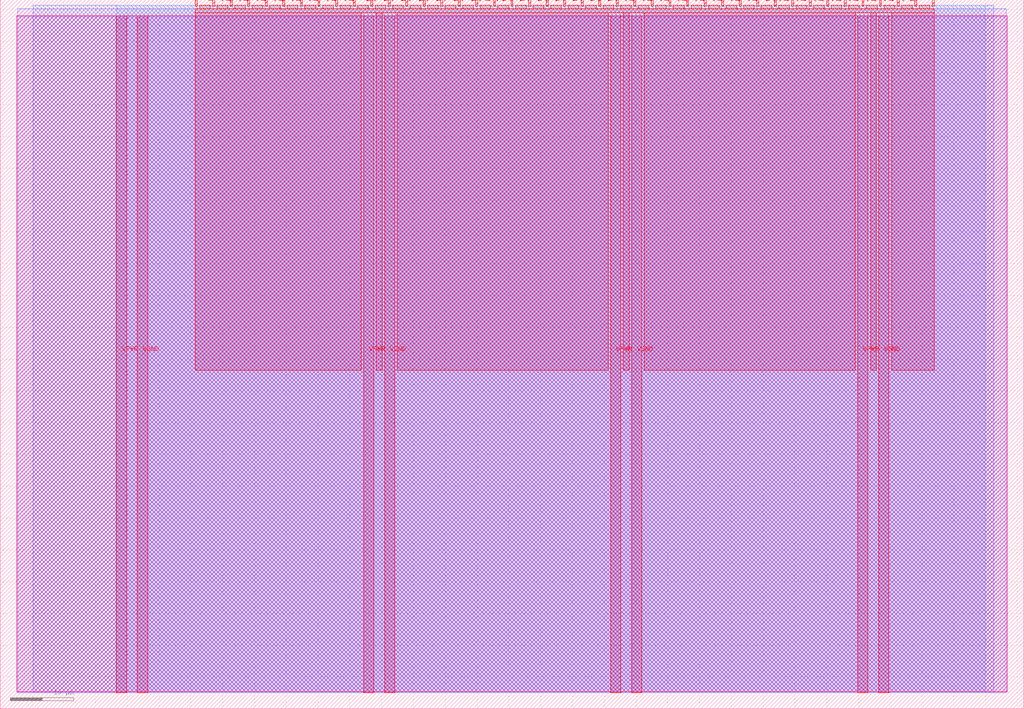
<source format=lef>
VERSION 5.7 ;
  NOWIREEXTENSIONATPIN ON ;
  DIVIDERCHAR "/" ;
  BUSBITCHARS "[]" ;
MACRO tt_um_pommarkus_i2c_slave
  CLASS BLOCK ;
  FOREIGN tt_um_pommarkus_i2c_slave ;
  ORIGIN 0.000 0.000 ;
  SIZE 161.000 BY 111.520 ;
  PIN VGND
    DIRECTION INOUT ;
    USE GROUND ;
    PORT
      LAYER met4 ;
        RECT 21.580 2.480 23.180 109.040 ;
    END
    PORT
      LAYER met4 ;
        RECT 60.450 2.480 62.050 109.040 ;
    END
    PORT
      LAYER met4 ;
        RECT 99.320 2.480 100.920 109.040 ;
    END
    PORT
      LAYER met4 ;
        RECT 138.190 2.480 139.790 109.040 ;
    END
  END VGND
  PIN VPWR
    DIRECTION INOUT ;
    USE POWER ;
    PORT
      LAYER met4 ;
        RECT 18.280 2.480 19.880 109.040 ;
    END
    PORT
      LAYER met4 ;
        RECT 57.150 2.480 58.750 109.040 ;
    END
    PORT
      LAYER met4 ;
        RECT 96.020 2.480 97.620 109.040 ;
    END
    PORT
      LAYER met4 ;
        RECT 134.890 2.480 136.490 109.040 ;
    END
  END VPWR
  PIN clk
    DIRECTION INPUT ;
    USE SIGNAL ;
    ANTENNAGATEAREA 0.852000 ;
    PORT
      LAYER met4 ;
        RECT 143.830 110.520 144.130 111.520 ;
    END
  END clk
  PIN ena
    DIRECTION INPUT ;
    USE SIGNAL ;
    ANTENNAGATEAREA 0.196500 ;
    PORT
      LAYER met4 ;
        RECT 146.590 110.520 146.890 111.520 ;
    END
  END ena
  PIN rst_n
    DIRECTION INPUT ;
    USE SIGNAL ;
    ANTENNAGATEAREA 0.213000 ;
    PORT
      LAYER met4 ;
        RECT 141.070 110.520 141.370 111.520 ;
    END
  END rst_n
  PIN ui_in[0]
    DIRECTION INPUT ;
    USE SIGNAL ;
    ANTENNAGATEAREA 0.196500 ;
    PORT
      LAYER met4 ;
        RECT 138.310 110.520 138.610 111.520 ;
    END
  END ui_in[0]
  PIN ui_in[1]
    DIRECTION INPUT ;
    USE SIGNAL ;
    ANTENNAGATEAREA 0.196500 ;
    PORT
      LAYER met4 ;
        RECT 135.550 110.520 135.850 111.520 ;
    END
  END ui_in[1]
  PIN ui_in[2]
    DIRECTION INPUT ;
    USE SIGNAL ;
    ANTENNAGATEAREA 0.196500 ;
    PORT
      LAYER met4 ;
        RECT 132.790 110.520 133.090 111.520 ;
    END
  END ui_in[2]
  PIN ui_in[3]
    DIRECTION INPUT ;
    USE SIGNAL ;
    ANTENNAGATEAREA 0.196500 ;
    PORT
      LAYER met4 ;
        RECT 130.030 110.520 130.330 111.520 ;
    END
  END ui_in[3]
  PIN ui_in[4]
    DIRECTION INPUT ;
    USE SIGNAL ;
    ANTENNAGATEAREA 0.196500 ;
    PORT
      LAYER met4 ;
        RECT 127.270 110.520 127.570 111.520 ;
    END
  END ui_in[4]
  PIN ui_in[5]
    DIRECTION INPUT ;
    USE SIGNAL ;
    ANTENNAGATEAREA 0.196500 ;
    PORT
      LAYER met4 ;
        RECT 124.510 110.520 124.810 111.520 ;
    END
  END ui_in[5]
  PIN ui_in[6]
    DIRECTION INPUT ;
    USE SIGNAL ;
    ANTENNAGATEAREA 0.196500 ;
    PORT
      LAYER met4 ;
        RECT 121.750 110.520 122.050 111.520 ;
    END
  END ui_in[6]
  PIN ui_in[7]
    DIRECTION INPUT ;
    USE SIGNAL ;
    ANTENNAGATEAREA 0.196500 ;
    PORT
      LAYER met4 ;
        RECT 118.990 110.520 119.290 111.520 ;
    END
  END ui_in[7]
  PIN uio_in[0]
    DIRECTION INPUT ;
    USE SIGNAL ;
    ANTENNAGATEAREA 0.159000 ;
    PORT
      LAYER met4 ;
        RECT 116.230 110.520 116.530 111.520 ;
    END
  END uio_in[0]
  PIN uio_in[1]
    DIRECTION INPUT ;
    USE SIGNAL ;
    ANTENNAGATEAREA 0.126000 ;
    PORT
      LAYER met4 ;
        RECT 113.470 110.520 113.770 111.520 ;
    END
  END uio_in[1]
  PIN uio_in[2]
    DIRECTION INPUT ;
    USE SIGNAL ;
    PORT
      LAYER met4 ;
        RECT 110.710 110.520 111.010 111.520 ;
    END
  END uio_in[2]
  PIN uio_in[3]
    DIRECTION INPUT ;
    USE SIGNAL ;
    PORT
      LAYER met4 ;
        RECT 107.950 110.520 108.250 111.520 ;
    END
  END uio_in[3]
  PIN uio_in[4]
    DIRECTION INPUT ;
    USE SIGNAL ;
    PORT
      LAYER met4 ;
        RECT 105.190 110.520 105.490 111.520 ;
    END
  END uio_in[4]
  PIN uio_in[5]
    DIRECTION INPUT ;
    USE SIGNAL ;
    PORT
      LAYER met4 ;
        RECT 102.430 110.520 102.730 111.520 ;
    END
  END uio_in[5]
  PIN uio_in[6]
    DIRECTION INPUT ;
    USE SIGNAL ;
    PORT
      LAYER met4 ;
        RECT 99.670 110.520 99.970 111.520 ;
    END
  END uio_in[6]
  PIN uio_in[7]
    DIRECTION INPUT ;
    USE SIGNAL ;
    PORT
      LAYER met4 ;
        RECT 96.910 110.520 97.210 111.520 ;
    END
  END uio_in[7]
  PIN uio_oe[0]
    DIRECTION OUTPUT ;
    USE SIGNAL ;
    ANTENNADIFFAREA 0.891000 ;
    PORT
      LAYER met4 ;
        RECT 49.990 110.520 50.290 111.520 ;
    END
  END uio_oe[0]
  PIN uio_oe[1]
    DIRECTION OUTPUT ;
    USE SIGNAL ;
    PORT
      LAYER met4 ;
        RECT 47.230 110.520 47.530 111.520 ;
    END
  END uio_oe[1]
  PIN uio_oe[2]
    DIRECTION OUTPUT ;
    USE SIGNAL ;
    PORT
      LAYER met4 ;
        RECT 44.470 110.520 44.770 111.520 ;
    END
  END uio_oe[2]
  PIN uio_oe[3]
    DIRECTION OUTPUT ;
    USE SIGNAL ;
    PORT
      LAYER met4 ;
        RECT 41.710 110.520 42.010 111.520 ;
    END
  END uio_oe[3]
  PIN uio_oe[4]
    DIRECTION OUTPUT ;
    USE SIGNAL ;
    PORT
      LAYER met4 ;
        RECT 38.950 110.520 39.250 111.520 ;
    END
  END uio_oe[4]
  PIN uio_oe[5]
    DIRECTION OUTPUT ;
    USE SIGNAL ;
    PORT
      LAYER met4 ;
        RECT 36.190 110.520 36.490 111.520 ;
    END
  END uio_oe[5]
  PIN uio_oe[6]
    DIRECTION OUTPUT ;
    USE SIGNAL ;
    PORT
      LAYER met4 ;
        RECT 33.430 110.520 33.730 111.520 ;
    END
  END uio_oe[6]
  PIN uio_oe[7]
    DIRECTION OUTPUT ;
    USE SIGNAL ;
    PORT
      LAYER met4 ;
        RECT 30.670 110.520 30.970 111.520 ;
    END
  END uio_oe[7]
  PIN uio_out[0]
    DIRECTION OUTPUT ;
    USE SIGNAL ;
    PORT
      LAYER met4 ;
        RECT 72.070 110.520 72.370 111.520 ;
    END
  END uio_out[0]
  PIN uio_out[1]
    DIRECTION OUTPUT ;
    USE SIGNAL ;
    PORT
      LAYER met4 ;
        RECT 69.310 110.520 69.610 111.520 ;
    END
  END uio_out[1]
  PIN uio_out[2]
    DIRECTION OUTPUT ;
    USE SIGNAL ;
    PORT
      LAYER met4 ;
        RECT 66.550 110.520 66.850 111.520 ;
    END
  END uio_out[2]
  PIN uio_out[3]
    DIRECTION OUTPUT ;
    USE SIGNAL ;
    PORT
      LAYER met4 ;
        RECT 63.790 110.520 64.090 111.520 ;
    END
  END uio_out[3]
  PIN uio_out[4]
    DIRECTION OUTPUT ;
    USE SIGNAL ;
    PORT
      LAYER met4 ;
        RECT 61.030 110.520 61.330 111.520 ;
    END
  END uio_out[4]
  PIN uio_out[5]
    DIRECTION OUTPUT ;
    USE SIGNAL ;
    PORT
      LAYER met4 ;
        RECT 58.270 110.520 58.570 111.520 ;
    END
  END uio_out[5]
  PIN uio_out[6]
    DIRECTION OUTPUT ;
    USE SIGNAL ;
    PORT
      LAYER met4 ;
        RECT 55.510 110.520 55.810 111.520 ;
    END
  END uio_out[6]
  PIN uio_out[7]
    DIRECTION OUTPUT ;
    USE SIGNAL ;
    PORT
      LAYER met4 ;
        RECT 52.750 110.520 53.050 111.520 ;
    END
  END uio_out[7]
  PIN uo_out[0]
    DIRECTION OUTPUT ;
    USE SIGNAL ;
    ANTENNADIFFAREA 0.891000 ;
    PORT
      LAYER met4 ;
        RECT 94.150 110.520 94.450 111.520 ;
    END
  END uo_out[0]
  PIN uo_out[1]
    DIRECTION OUTPUT ;
    USE SIGNAL ;
    ANTENNADIFFAREA 0.891000 ;
    PORT
      LAYER met4 ;
        RECT 91.390 110.520 91.690 111.520 ;
    END
  END uo_out[1]
  PIN uo_out[2]
    DIRECTION OUTPUT ;
    USE SIGNAL ;
    ANTENNADIFFAREA 0.891000 ;
    PORT
      LAYER met4 ;
        RECT 88.630 110.520 88.930 111.520 ;
    END
  END uo_out[2]
  PIN uo_out[3]
    DIRECTION OUTPUT ;
    USE SIGNAL ;
    ANTENNADIFFAREA 0.891000 ;
    PORT
      LAYER met4 ;
        RECT 85.870 110.520 86.170 111.520 ;
    END
  END uo_out[3]
  PIN uo_out[4]
    DIRECTION OUTPUT ;
    USE SIGNAL ;
    ANTENNADIFFAREA 0.891000 ;
    PORT
      LAYER met4 ;
        RECT 83.110 110.520 83.410 111.520 ;
    END
  END uo_out[4]
  PIN uo_out[5]
    DIRECTION OUTPUT ;
    USE SIGNAL ;
    ANTENNADIFFAREA 0.891000 ;
    PORT
      LAYER met4 ;
        RECT 80.350 110.520 80.650 111.520 ;
    END
  END uo_out[5]
  PIN uo_out[6]
    DIRECTION OUTPUT ;
    USE SIGNAL ;
    ANTENNADIFFAREA 0.891000 ;
    PORT
      LAYER met4 ;
        RECT 77.590 110.520 77.890 111.520 ;
    END
  END uo_out[6]
  PIN uo_out[7]
    DIRECTION OUTPUT ;
    USE SIGNAL ;
    ANTENNADIFFAREA 0.891000 ;
    PORT
      LAYER met4 ;
        RECT 74.830 110.520 75.130 111.520 ;
    END
  END uo_out[7]
  OBS
      LAYER nwell ;
        RECT 2.570 2.635 158.430 108.990 ;
      LAYER li1 ;
        RECT 2.760 2.635 158.240 108.885 ;
      LAYER met1 ;
        RECT 2.760 2.480 158.240 110.120 ;
      LAYER met2 ;
        RECT 5.160 2.535 156.300 110.685 ;
      LAYER met3 ;
        RECT 18.290 2.555 154.955 110.665 ;
      LAYER met4 ;
        RECT 31.370 110.120 33.030 110.665 ;
        RECT 34.130 110.120 35.790 110.665 ;
        RECT 36.890 110.120 38.550 110.665 ;
        RECT 39.650 110.120 41.310 110.665 ;
        RECT 42.410 110.120 44.070 110.665 ;
        RECT 45.170 110.120 46.830 110.665 ;
        RECT 47.930 110.120 49.590 110.665 ;
        RECT 50.690 110.120 52.350 110.665 ;
        RECT 53.450 110.120 55.110 110.665 ;
        RECT 56.210 110.120 57.870 110.665 ;
        RECT 58.970 110.120 60.630 110.665 ;
        RECT 61.730 110.120 63.390 110.665 ;
        RECT 64.490 110.120 66.150 110.665 ;
        RECT 67.250 110.120 68.910 110.665 ;
        RECT 70.010 110.120 71.670 110.665 ;
        RECT 72.770 110.120 74.430 110.665 ;
        RECT 75.530 110.120 77.190 110.665 ;
        RECT 78.290 110.120 79.950 110.665 ;
        RECT 81.050 110.120 82.710 110.665 ;
        RECT 83.810 110.120 85.470 110.665 ;
        RECT 86.570 110.120 88.230 110.665 ;
        RECT 89.330 110.120 90.990 110.665 ;
        RECT 92.090 110.120 93.750 110.665 ;
        RECT 94.850 110.120 96.510 110.665 ;
        RECT 97.610 110.120 99.270 110.665 ;
        RECT 100.370 110.120 102.030 110.665 ;
        RECT 103.130 110.120 104.790 110.665 ;
        RECT 105.890 110.120 107.550 110.665 ;
        RECT 108.650 110.120 110.310 110.665 ;
        RECT 111.410 110.120 113.070 110.665 ;
        RECT 114.170 110.120 115.830 110.665 ;
        RECT 116.930 110.120 118.590 110.665 ;
        RECT 119.690 110.120 121.350 110.665 ;
        RECT 122.450 110.120 124.110 110.665 ;
        RECT 125.210 110.120 126.870 110.665 ;
        RECT 127.970 110.120 129.630 110.665 ;
        RECT 130.730 110.120 132.390 110.665 ;
        RECT 133.490 110.120 135.150 110.665 ;
        RECT 136.250 110.120 137.910 110.665 ;
        RECT 139.010 110.120 140.670 110.665 ;
        RECT 141.770 110.120 143.430 110.665 ;
        RECT 144.530 110.120 146.190 110.665 ;
        RECT 30.655 109.440 146.905 110.120 ;
        RECT 30.655 53.215 56.750 109.440 ;
        RECT 59.150 53.215 60.050 109.440 ;
        RECT 62.450 53.215 95.620 109.440 ;
        RECT 98.020 53.215 98.920 109.440 ;
        RECT 101.320 53.215 134.490 109.440 ;
        RECT 136.890 53.215 137.790 109.440 ;
        RECT 140.190 53.215 146.905 109.440 ;
  END
END tt_um_pommarkus_i2c_slave
END LIBRARY


</source>
